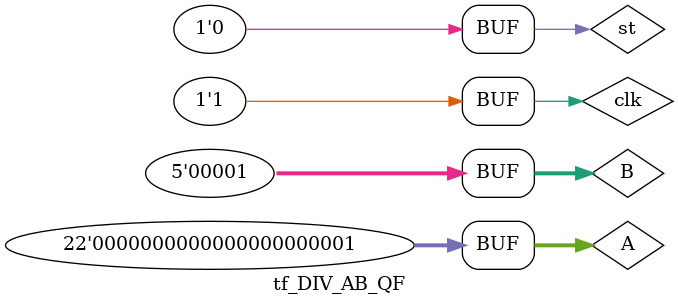
<source format=v>
`timescale 1ns / 1ps


module tf_DIV_AB_QF;

	// Inputs
	reg clk;
	reg [21:0] A;
	reg [4:0] B;
	reg st;

	// Outputs
	wire [21:0] Q;
	wire [4:0] F;
	wire ok_div;
	wire [26:0] bf_A;
	wire [30:0] bf_B;

	// Instantiate the Unit Under Test (UUT)
	DIV_AB_QF uut (
		.clk(clk), 
		.A(A), 
		.B(B), 
		.st(st), 
		.Q(Q), 
		.F(F), 
		.ok_div(ok_div), 
		.bf_A(bf_A), 
		.bf_B(bf_B)
	);


parameter Tclk = 20; //Tclk=1/Fclk=1/50 mHz = 20 ns
always begin clk=0 ; #(Tclk/2) clk=1; #(Tclk/2) ; end

	initial begin
		// Initialize Inputs
		A = 0;
		B = 0;
		st = 0;

		// Wait 100 ns for global reset to finish
		#100;
      A = 1;
		B = 1;
		st = 1;
		#40
		st = 0;
		  
		// Add stimulus here

	end
      
endmodule


</source>
